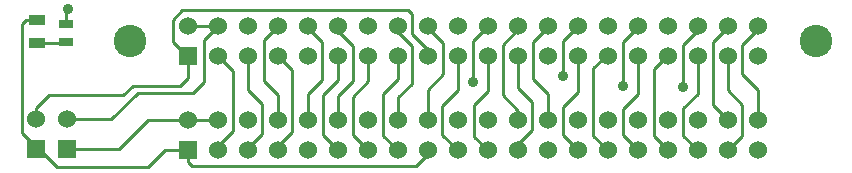
<source format=gtl>
G04 (created by PCBNEW (2013-05-31 BZR 4019)-stable) date 10/5/2014 5:30:30 PM*
%MOIN*%
G04 Gerber Fmt 3.4, Leading zero omitted, Abs format*
%FSLAX34Y34*%
G01*
G70*
G90*
G04 APERTURE LIST*
%ADD10C,0.00590551*%
%ADD11R,0.06X0.06*%
%ADD12C,0.06*%
%ADD13C,0.108268*%
%ADD14R,0.055X0.035*%
%ADD15R,0.045X0.025*%
%ADD16C,0.035*%
%ADD17C,0.01*%
%ADD18C,0.008*%
G04 APERTURE END LIST*
G54D10*
G54D11*
X6011Y-1956D03*
G54D12*
X6011Y-956D03*
X11011Y-1956D03*
X7011Y-956D03*
X12011Y-1956D03*
X8011Y-956D03*
X13011Y-1956D03*
X9011Y-956D03*
X14011Y-1956D03*
X10011Y-956D03*
X15011Y-1956D03*
X11011Y-956D03*
X16011Y-1956D03*
X12011Y-956D03*
X17011Y-1956D03*
X13011Y-956D03*
X18011Y-1956D03*
X14011Y-956D03*
X19011Y-1956D03*
X15011Y-956D03*
X20011Y-1956D03*
X16011Y-956D03*
X21011Y-1956D03*
X17011Y-956D03*
X18011Y-956D03*
X22011Y-1956D03*
X19011Y-956D03*
X21011Y-956D03*
X22011Y-956D03*
X23011Y-956D03*
X24011Y-956D03*
X23011Y-1956D03*
X24011Y-1956D03*
X7011Y-1956D03*
X8011Y-1956D03*
X9011Y-1956D03*
X10011Y-1956D03*
X25011Y-1956D03*
X25011Y-956D03*
X20011Y-956D03*
G54D13*
X26929Y-1456D03*
X4094Y-1456D03*
G54D11*
X1968Y-5066D03*
G54D12*
X1968Y-4066D03*
G54D11*
X944Y-5066D03*
G54D12*
X944Y-4066D03*
G54D11*
X6011Y-5106D03*
G54D12*
X6011Y-4106D03*
X11011Y-5106D03*
X7011Y-4106D03*
X12011Y-5106D03*
X8011Y-4106D03*
X13011Y-5106D03*
X9011Y-4106D03*
X14011Y-5106D03*
X10011Y-4106D03*
X15011Y-5106D03*
X11011Y-4106D03*
X16011Y-5106D03*
X12011Y-4106D03*
X17011Y-5106D03*
X13011Y-4106D03*
X18011Y-5106D03*
X14011Y-4106D03*
X19011Y-5106D03*
X15011Y-4106D03*
X20011Y-5106D03*
X16011Y-4106D03*
X21011Y-5106D03*
X17011Y-4106D03*
X18011Y-4106D03*
X22011Y-5106D03*
X19011Y-4106D03*
X21011Y-4106D03*
X22011Y-4106D03*
X23011Y-4106D03*
X24011Y-4106D03*
X23011Y-5106D03*
X24011Y-5106D03*
X7011Y-5106D03*
X8011Y-5106D03*
X9011Y-5106D03*
X10011Y-5106D03*
X25011Y-5106D03*
X25011Y-4106D03*
X20011Y-4106D03*
G54D14*
X984Y-766D03*
X984Y-1516D03*
G54D15*
X1929Y-1481D03*
X1929Y-881D03*
G54D16*
X2007Y-393D03*
X18503Y-2637D03*
X20511Y-2952D03*
X22519Y-2992D03*
X15511Y-2834D03*
G54D17*
X14011Y-5106D02*
X14011Y-5240D01*
X6011Y-5500D02*
X6011Y-5106D01*
X6141Y-5629D02*
X6011Y-5500D01*
X13622Y-5629D02*
X6141Y-5629D01*
X14011Y-5240D02*
X13622Y-5629D01*
X944Y-5066D02*
X944Y-5000D01*
X611Y-766D02*
X984Y-766D01*
X472Y-905D02*
X611Y-766D01*
X472Y-4527D02*
X472Y-905D01*
X944Y-5000D02*
X472Y-4527D01*
X944Y-5066D02*
X1051Y-5066D01*
X1051Y-5066D02*
X1653Y-5669D01*
X1653Y-5669D02*
X4685Y-5669D01*
X4685Y-5669D02*
X5248Y-5106D01*
X5248Y-5106D02*
X6011Y-5106D01*
X6011Y-5106D02*
X5893Y-5106D01*
X13464Y-826D02*
X13464Y-551D01*
X5826Y-433D02*
X5511Y-748D01*
X13346Y-433D02*
X5826Y-433D01*
X13464Y-551D02*
X13346Y-433D01*
X944Y-4066D02*
X944Y-3700D01*
X6011Y-2688D02*
X6011Y-1956D01*
X5748Y-2952D02*
X6011Y-2688D01*
X4173Y-2952D02*
X5748Y-2952D01*
X3858Y-3267D02*
X4173Y-2952D01*
X1377Y-3267D02*
X3858Y-3267D01*
X944Y-3700D02*
X1377Y-3267D01*
X6011Y-1956D02*
X5972Y-1956D01*
X5972Y-1956D02*
X5511Y-1496D01*
X5511Y-1496D02*
X5511Y-748D01*
X14011Y-1956D02*
X14011Y-1767D01*
X13464Y-1220D02*
X13464Y-826D01*
X14011Y-1767D02*
X13464Y-1220D01*
X1929Y-881D02*
X1929Y-472D01*
X1929Y-472D02*
X2007Y-393D01*
X19011Y-956D02*
X19003Y-956D01*
X18503Y-1456D02*
X18503Y-2637D01*
X19003Y-956D02*
X18503Y-1456D01*
X19011Y-1956D02*
X19011Y-3153D01*
X18503Y-4598D02*
X19011Y-5106D01*
X18503Y-3661D02*
X18503Y-4598D01*
X19011Y-3153D02*
X18503Y-3661D01*
G54D18*
X21011Y-4106D02*
X20952Y-4106D01*
G54D17*
X21011Y-956D02*
X21011Y-996D01*
X20511Y-1496D02*
X20511Y-2952D01*
X21011Y-996D02*
X20511Y-1496D01*
X22011Y-1956D02*
X21980Y-1956D01*
X21535Y-4629D02*
X22011Y-5106D01*
X21535Y-2401D02*
X21535Y-4629D01*
X21980Y-1956D02*
X21535Y-2401D01*
X22007Y-5110D02*
X22011Y-5106D01*
X23011Y-956D02*
X23011Y-1082D01*
X22519Y-1574D02*
X22519Y-2992D01*
X23011Y-1082D02*
X22519Y-1574D01*
X10511Y-4606D02*
X10511Y-3267D01*
X11011Y-2767D02*
X11011Y-1956D01*
X10511Y-3267D02*
X11011Y-2767D01*
X10511Y-4606D02*
X11011Y-5106D01*
X11062Y-5157D02*
X11011Y-5106D01*
X11011Y-956D02*
X11011Y-1129D01*
X11011Y-3279D02*
X11011Y-4106D01*
X11496Y-2795D02*
X11011Y-3279D01*
X11496Y-1614D02*
X11496Y-2795D01*
X11011Y-1129D02*
X11496Y-1614D01*
X11011Y-4106D02*
X10933Y-4106D01*
X22519Y-4614D02*
X22519Y-3700D01*
X23011Y-3208D02*
X23011Y-1956D01*
X22519Y-3700D02*
X23011Y-3208D01*
X22519Y-4614D02*
X23011Y-5106D01*
X22992Y-5125D02*
X23011Y-5106D01*
X24011Y-956D02*
X24011Y-988D01*
X23503Y-3598D02*
X24011Y-4106D01*
X23503Y-1496D02*
X23503Y-3598D01*
X24011Y-988D02*
X23503Y-1496D01*
X25011Y-956D02*
X25011Y-1051D01*
X25011Y-3082D02*
X25011Y-4106D01*
X24488Y-2559D02*
X25011Y-3082D01*
X24488Y-1574D02*
X24488Y-2559D01*
X25011Y-1051D02*
X24488Y-1574D01*
X12519Y-4614D02*
X12519Y-3228D01*
X13011Y-2736D02*
X13011Y-1956D01*
X12519Y-3228D02*
X13011Y-2736D01*
X12519Y-4614D02*
X13011Y-5106D01*
X13011Y-956D02*
X13011Y-1161D01*
X13011Y-3326D02*
X13011Y-4106D01*
X13464Y-2874D02*
X13011Y-3326D01*
X13464Y-1614D02*
X13464Y-2874D01*
X13011Y-1161D02*
X13464Y-1614D01*
X14011Y-956D02*
X14011Y-1019D01*
X14011Y-3074D02*
X14011Y-4106D01*
X14527Y-2559D02*
X14011Y-3074D01*
X14527Y-1535D02*
X14527Y-2559D01*
X14011Y-1019D02*
X14527Y-1535D01*
X16011Y-956D02*
X15511Y-1456D01*
X15511Y-1456D02*
X15511Y-2834D01*
X24011Y-1956D02*
X24011Y-3106D01*
X24011Y-3106D02*
X24488Y-3582D01*
X24488Y-4629D02*
X24011Y-5106D01*
X24488Y-3582D02*
X24488Y-4629D01*
X23976Y-5141D02*
X24011Y-5106D01*
X11496Y-4590D02*
X11496Y-3307D01*
X12011Y-2791D02*
X12011Y-1956D01*
X11496Y-3307D02*
X12011Y-2791D01*
X11496Y-4590D02*
X12011Y-5106D01*
X9011Y-5106D02*
X9011Y-4964D01*
X9488Y-2433D02*
X9011Y-1956D01*
X9488Y-4488D02*
X9488Y-2433D01*
X9011Y-4964D02*
X9488Y-4488D01*
X20011Y-1956D02*
X19933Y-1956D01*
X19527Y-4622D02*
X20011Y-5106D01*
X19527Y-2362D02*
X19527Y-4622D01*
X19933Y-1956D02*
X19527Y-2362D01*
X20039Y-5133D02*
X20011Y-5106D01*
X20511Y-4606D02*
X20511Y-3740D01*
X21011Y-3240D02*
X21011Y-1956D01*
X20511Y-3740D02*
X21011Y-3240D01*
X20511Y-4606D02*
X21011Y-5106D01*
X21023Y-5118D02*
X21011Y-5106D01*
X1968Y-5066D02*
X3712Y-5066D01*
X4673Y-4106D02*
X6011Y-4106D01*
X3712Y-5066D02*
X4673Y-4106D01*
X7011Y-4106D02*
X6011Y-4106D01*
X1968Y-4066D02*
X3452Y-4066D01*
X6535Y-1433D02*
X7011Y-956D01*
X6535Y-2834D02*
X6535Y-1433D01*
X6181Y-3188D02*
X6535Y-2834D01*
X4330Y-3188D02*
X6181Y-3188D01*
X3452Y-4066D02*
X4330Y-3188D01*
X7011Y-956D02*
X6011Y-956D01*
X10011Y-956D02*
X10011Y-1035D01*
X10011Y-3216D02*
X10011Y-4106D01*
X10472Y-2755D02*
X10011Y-3216D01*
X10472Y-1496D02*
X10472Y-2755D01*
X10011Y-1035D02*
X10472Y-1496D01*
X8011Y-1956D02*
X8011Y-3090D01*
X8011Y-3090D02*
X8464Y-3543D01*
X8011Y-5106D02*
X8011Y-5019D01*
X8464Y-4566D02*
X8464Y-3543D01*
X8011Y-5019D02*
X8464Y-4566D01*
X7011Y-5106D02*
X7011Y-4956D01*
X7519Y-2464D02*
X7011Y-1956D01*
X7519Y-4448D02*
X7519Y-2464D01*
X7011Y-4956D02*
X7519Y-4448D01*
X6948Y-5169D02*
X7011Y-5106D01*
X17011Y-956D02*
X17011Y-1059D01*
X17011Y-3783D02*
X17011Y-4106D01*
X16496Y-3267D02*
X17011Y-3783D01*
X16496Y-1574D02*
X16496Y-3267D01*
X17011Y-1059D02*
X16496Y-1574D01*
X18011Y-956D02*
X18011Y-1003D01*
X18011Y-3208D02*
X18011Y-4106D01*
X17519Y-2716D02*
X18011Y-3208D01*
X17519Y-1496D02*
X17519Y-2716D01*
X18011Y-1003D02*
X17519Y-1496D01*
X16011Y-1956D02*
X16011Y-3122D01*
X16011Y-3122D02*
X15551Y-3582D01*
X15551Y-4645D02*
X16011Y-5106D01*
X15551Y-3582D02*
X15551Y-4645D01*
X15011Y-1956D02*
X15011Y-3098D01*
X15011Y-3098D02*
X14488Y-3622D01*
X14488Y-4582D02*
X15011Y-5106D01*
X14488Y-3622D02*
X14488Y-4582D01*
X14990Y-5127D02*
X15011Y-5106D01*
X17011Y-5106D02*
X17011Y-4877D01*
X17011Y-3035D02*
X17011Y-1956D01*
X17480Y-3503D02*
X17011Y-3035D01*
X17480Y-4409D02*
X17480Y-3503D01*
X17011Y-4877D02*
X17480Y-4409D01*
X9011Y-4106D02*
X9011Y-3263D01*
X8543Y-1425D02*
X9011Y-956D01*
X8543Y-2795D02*
X8543Y-1425D01*
X9011Y-3263D02*
X8543Y-2795D01*
X984Y-1516D02*
X1893Y-1516D01*
X1893Y-1516D02*
X1929Y-1481D01*
M02*

</source>
